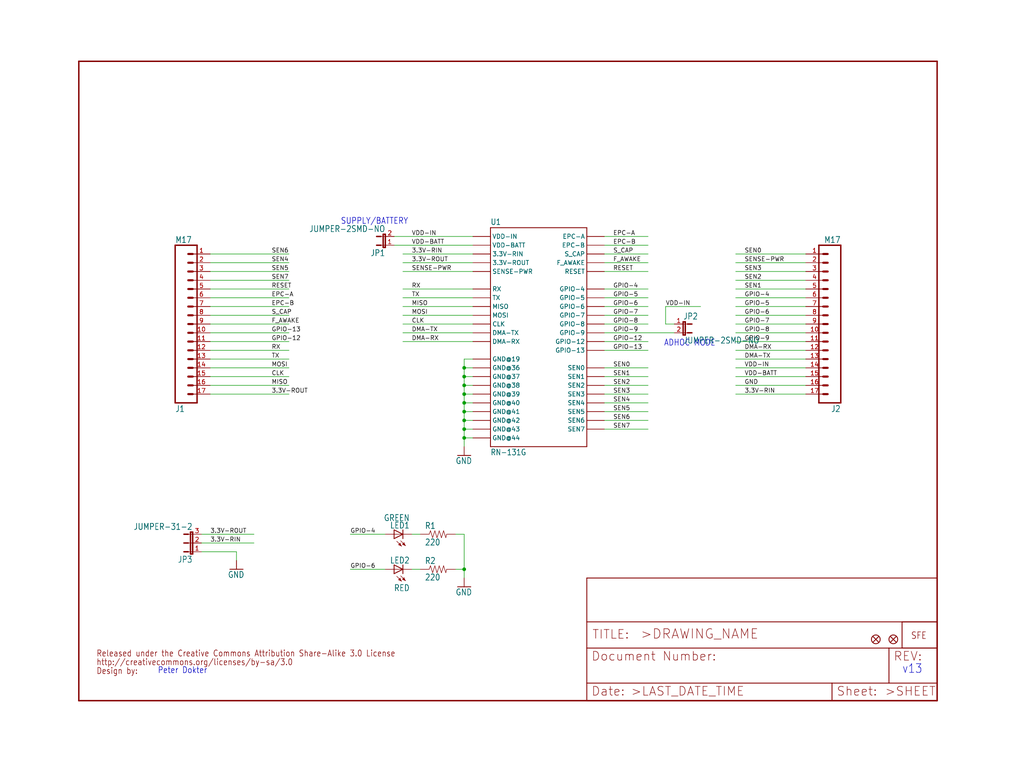
<source format=kicad_sch>
(kicad_sch (version 20211123) (generator eeschema)
  (paper "User" 297.002 223.926)
  (lib_symbols
    (symbol "eagleSchem-eagle-import:CREATIVE_COMMONS"
      (symbol "CREATIVE_COMMONS_1_0"
        (text "Design by:" (at 0 0 0) (effects (font (size 1.778 1.5113)) (justify left bottom)))
        (text "http://creativecommons.org/licenses/by-sa/3.0" (at 0 2.54 0) (effects (font (size 1.778 1.5113)) (justify left bottom)))
        (text "Released under the Creative Commons Attribution Share-Alike 3.0 License" (at 0 5.08 0) (effects (font (size 1.778 1.5113)) (justify left bottom)))
      )
    )
    (symbol "eagleSchem-eagle-import:FIDUCIAL1X2"
      (symbol "FIDUCIAL1X2_1_0"
        (polyline (pts (xy -0.762 0.762) (xy 0.762 -0.762)) (stroke (width 0.254)))
        (polyline (pts (xy 0.762 0.762) (xy -0.762 -0.762)) (stroke (width 0.254)))
        (circle (center 0 0) (radius 1.27) (stroke (width 0.254)))
      )
    )
    (symbol "eagleSchem-eagle-import:FRAME-LETTER"
      (symbol "FRAME-LETTER_1_0"
        (polyline (pts (xy 0 0) (xy 248.92 0)) (stroke (width 0.4064)))
        (polyline (pts (xy 0 185.42) (xy 0 0)) (stroke (width 0.4064)))
        (polyline (pts (xy 0 185.42) (xy 248.92 185.42)) (stroke (width 0.4064)))
        (polyline (pts (xy 248.92 185.42) (xy 248.92 0)) (stroke (width 0.4064)))
      )
      (symbol "FRAME-LETTER_2_0"
        (polyline (pts (xy 0 0) (xy 0 5.08)) (stroke (width 0.254)))
        (polyline (pts (xy 0 0) (xy 71.12 0)) (stroke (width 0.254)))
        (polyline (pts (xy 0 5.08) (xy 0 15.24)) (stroke (width 0.254)))
        (polyline (pts (xy 0 5.08) (xy 71.12 5.08)) (stroke (width 0.254)))
        (polyline (pts (xy 0 15.24) (xy 0 22.86)) (stroke (width 0.254)))
        (polyline (pts (xy 0 22.86) (xy 0 35.56)) (stroke (width 0.254)))
        (polyline (pts (xy 0 22.86) (xy 101.6 22.86)) (stroke (width 0.254)))
        (polyline (pts (xy 71.12 0) (xy 101.6 0)) (stroke (width 0.254)))
        (polyline (pts (xy 71.12 5.08) (xy 71.12 0)) (stroke (width 0.254)))
        (polyline (pts (xy 71.12 5.08) (xy 87.63 5.08)) (stroke (width 0.254)))
        (polyline (pts (xy 87.63 5.08) (xy 101.6 5.08)) (stroke (width 0.254)))
        (polyline (pts (xy 87.63 15.24) (xy 0 15.24)) (stroke (width 0.254)))
        (polyline (pts (xy 87.63 15.24) (xy 87.63 5.08)) (stroke (width 0.254)))
        (polyline (pts (xy 101.6 5.08) (xy 101.6 0)) (stroke (width 0.254)))
        (polyline (pts (xy 101.6 15.24) (xy 87.63 15.24)) (stroke (width 0.254)))
        (polyline (pts (xy 101.6 15.24) (xy 101.6 5.08)) (stroke (width 0.254)))
        (polyline (pts (xy 101.6 22.86) (xy 101.6 15.24)) (stroke (width 0.254)))
        (polyline (pts (xy 101.6 35.56) (xy 0 35.56)) (stroke (width 0.254)))
        (polyline (pts (xy 101.6 35.56) (xy 101.6 22.86)) (stroke (width 0.254)))
        (text ">DRAWING_NAME" (at 15.494 17.78 0) (effects (font (size 2.7432 2.7432)) (justify left bottom)))
        (text ">LAST_DATE_TIME" (at 12.7 1.27 0) (effects (font (size 2.54 2.54)) (justify left bottom)))
        (text ">SHEET" (at 86.36 1.27 0) (effects (font (size 2.54 2.54)) (justify left bottom)))
        (text "Date:" (at 1.27 1.27 0) (effects (font (size 2.54 2.54)) (justify left bottom)))
        (text "Document Number:" (at 1.27 11.43 0) (effects (font (size 2.54 2.54)) (justify left bottom)))
        (text "REV:" (at 88.9 11.43 0) (effects (font (size 2.54 2.54)) (justify left bottom)))
        (text "Sheet:" (at 72.39 1.27 0) (effects (font (size 2.54 2.54)) (justify left bottom)))
        (text "TITLE:" (at 1.524 17.78 0) (effects (font (size 2.54 2.54)) (justify left bottom)))
      )
    )
    (symbol "eagleSchem-eagle-import:GND" (power)
      (property "Value" "GND" (at -2.54 -2.54 0))
      (symbol "GND_1_0"
        (polyline (pts (xy -1.905 0) (xy 1.905 0)) (stroke (width 0.254)))
        (pin power_in line (at 0 2.54 270) (length 2.54) (name "GND") (number "1"))
      )
    )
    (symbol "eagleSchem-eagle-import:JUMPER-2SMD-NO"
      (property "Reference" "JP" (at -1.27 0 90))
      (property "Value" "JUMPER-2SMD-NO" (at 5.715 0 90))
      (symbol "JUMPER-2SMD-NO_1_0"
        (polyline (pts (xy -0.635 0) (xy 3.175 0)) (stroke (width 0.4064)))
        (polyline (pts (xy -0.635 0.635) (xy -0.635 0)) (stroke (width 0.4064)))
        (polyline (pts (xy 0 0) (xy 0 1.27)) (stroke (width 0.1524)))
        (polyline (pts (xy 0 2.54) (xy 0 1.27)) (stroke (width 0.4064)))
        (polyline (pts (xy 2.54 0) (xy 2.54 1.27)) (stroke (width 0.1524)))
        (polyline (pts (xy 2.54 2.54) (xy 2.54 1.27)) (stroke (width 0.4064)))
        (polyline (pts (xy 3.175 0) (xy 3.175 0.635)) (stroke (width 0.4064)))
        (polyline (pts (xy 3.175 0.635) (xy -0.635 0.635)) (stroke (width 0.4064)))
        (pin passive line (at 0 -2.54 90) (length 2.54) (name "1") (number "1"))
        (pin passive line (at 2.54 -2.54 90) (length 2.54) (name "2") (number "2"))
      )
    )
    (symbol "eagleSchem-eagle-import:JUMPER-31-2"
      (property "Reference" "JP" (at -1.27 0 90))
      (property "Value" "JUMPER-31-2" (at 8.255 0 90))
      (symbol "JUMPER-31-2_1_0"
        (polyline (pts (xy -0.635 0) (xy 2.54 0)) (stroke (width 0.4064)))
        (polyline (pts (xy -0.635 0.635) (xy -0.635 0)) (stroke (width 0.4064)))
        (polyline (pts (xy 0 0) (xy 0 1.27)) (stroke (width 0.1524)))
        (polyline (pts (xy 0 2.54) (xy 0 1.27)) (stroke (width 0.4064)))
        (polyline (pts (xy 2.54 0) (xy 2.54 1.27)) (stroke (width 0.1524)))
        (polyline (pts (xy 2.54 0) (xy 5.08 0)) (stroke (width 0.4064)))
        (polyline (pts (xy 2.54 2.54) (xy 2.54 1.27)) (stroke (width 0.4064)))
        (polyline (pts (xy 5.08 0) (xy 5.08 1.27)) (stroke (width 0.1524)))
        (polyline (pts (xy 5.08 0) (xy 5.715 0)) (stroke (width 0.4064)))
        (polyline (pts (xy 5.08 2.54) (xy 5.08 1.27)) (stroke (width 0.4064)))
        (polyline (pts (xy 5.715 0) (xy 5.715 0.635)) (stroke (width 0.4064)))
        (polyline (pts (xy 5.715 0.635) (xy -0.635 0.635)) (stroke (width 0.4064)))
        (pin passive line (at 0 -2.54 90) (length 2.54) (name "1") (number "1"))
        (pin passive line (at 2.54 -2.54 90) (length 2.54) (name "2") (number "2"))
        (pin passive line (at 5.08 -2.54 90) (length 2.54) (name "3") (number "3"))
      )
    )
    (symbol "eagleSchem-eagle-import:LED0603"
      (property "Reference" "LED" (at 3.556 -4.572 90))
      (property "Value" "LED0603" (at 5.715 -4.572 90))
      (symbol "LED0603_1_0"
        (polyline (pts (xy -2.032 -0.762) (xy -3.429 -2.159)) (stroke (width 0.1524)))
        (polyline (pts (xy -1.905 -1.905) (xy -3.302 -3.302)) (stroke (width 0.1524)))
        (polyline (pts (xy 0 -2.54) (xy -1.27 -2.54)) (stroke (width 0.254)))
        (polyline (pts (xy 0 -2.54) (xy -1.27 0)) (stroke (width 0.254)))
        (polyline (pts (xy 0 0) (xy -1.27 0)) (stroke (width 0.254)))
        (polyline (pts (xy 0 0) (xy 0 -2.54)) (stroke (width 0.1524)))
        (polyline (pts (xy 1.27 -2.54) (xy 0 -2.54)) (stroke (width 0.254)))
        (polyline (pts (xy 1.27 0) (xy 0 -2.54)) (stroke (width 0.254)))
        (polyline (pts (xy 1.27 0) (xy 0 0)) (stroke (width 0.254)))
        (polyline (pts (xy -3.429 -2.159) (xy -3.048 -1.27) (xy -2.54 -1.778)) (fill (type outline)))
        (polyline (pts (xy -3.302 -3.302) (xy -2.921 -2.413) (xy -2.413 -2.921)) (fill (type outline)))
        (pin passive line (at 0 2.54 270) (length 2.54) (name "A") (number "A"))
        (pin passive line (at 0 -5.08 90) (length 2.54) (name "C") (number "C"))
      )
    )
    (symbol "eagleSchem-eagle-import:LOGO-SFENEW"
      (symbol "LOGO-SFENEW_1_0"
        (polyline (pts (xy -2.54 -2.54) (xy 7.62 -2.54)) (stroke (width 0.254)))
        (polyline (pts (xy -2.54 5.08) (xy -2.54 -2.54)) (stroke (width 0.254)))
        (polyline (pts (xy 7.62 -2.54) (xy 7.62 5.08)) (stroke (width 0.254)))
        (polyline (pts (xy 7.62 5.08) (xy -2.54 5.08)) (stroke (width 0.254)))
        (text "SFE" (at 0 0 0) (effects (font (size 1.9304 1.6408)) (justify left bottom)))
      )
    )
    (symbol "eagleSchem-eagle-import:M17"
      (property "Value" "M17" (at 0 -25.4 0))
      (symbol "M17_1_0"
        (polyline (pts (xy 0 22.86) (xy 0 -22.86)) (stroke (width 0.4064)))
        (polyline (pts (xy 0 22.86) (xy 6.35 22.86)) (stroke (width 0.4064)))
        (polyline (pts (xy 3.81 -20.32) (xy 5.08 -20.32)) (stroke (width 0.6096)))
        (polyline (pts (xy 3.81 -17.78) (xy 5.08 -17.78)) (stroke (width 0.6096)))
        (polyline (pts (xy 3.81 -15.24) (xy 5.08 -15.24)) (stroke (width 0.6096)))
        (polyline (pts (xy 3.81 -12.7) (xy 5.08 -12.7)) (stroke (width 0.6096)))
        (polyline (pts (xy 3.81 -10.16) (xy 5.08 -10.16)) (stroke (width 0.6096)))
        (polyline (pts (xy 3.81 -7.62) (xy 5.08 -7.62)) (stroke (width 0.6096)))
        (polyline (pts (xy 3.81 -5.08) (xy 5.08 -5.08)) (stroke (width 0.6096)))
        (polyline (pts (xy 3.81 -2.54) (xy 5.08 -2.54)) (stroke (width 0.6096)))
        (polyline (pts (xy 3.81 0) (xy 5.08 0)) (stroke (width 0.6096)))
        (polyline (pts (xy 3.81 2.54) (xy 5.08 2.54)) (stroke (width 0.6096)))
        (polyline (pts (xy 3.81 5.08) (xy 5.08 5.08)) (stroke (width 0.6096)))
        (polyline (pts (xy 3.81 7.62) (xy 5.08 7.62)) (stroke (width 0.6096)))
        (polyline (pts (xy 3.81 10.16) (xy 5.08 10.16)) (stroke (width 0.6096)))
        (polyline (pts (xy 3.81 12.7) (xy 5.08 12.7)) (stroke (width 0.6096)))
        (polyline (pts (xy 3.81 15.24) (xy 5.08 15.24)) (stroke (width 0.6096)))
        (polyline (pts (xy 3.81 17.78) (xy 5.08 17.78)) (stroke (width 0.6096)))
        (polyline (pts (xy 3.81 20.32) (xy 5.08 20.32)) (stroke (width 0.6096)))
        (polyline (pts (xy 6.35 -22.86) (xy 0 -22.86)) (stroke (width 0.4064)))
        (polyline (pts (xy 6.35 -22.86) (xy 6.35 22.86)) (stroke (width 0.4064)))
        (pin passive line (at 10.16 -20.32 180) (length 5.08) (name "1") (number "1"))
        (pin passive line (at 10.16 2.54 180) (length 5.08) (name "10") (number "10"))
        (pin passive line (at 10.16 5.08 180) (length 5.08) (name "11") (number "11"))
        (pin passive line (at 10.16 7.62 180) (length 5.08) (name "12") (number "12"))
        (pin passive line (at 10.16 10.16 180) (length 5.08) (name "13") (number "13"))
        (pin passive line (at 10.16 12.7 180) (length 5.08) (name "14") (number "14"))
        (pin passive line (at 10.16 15.24 180) (length 5.08) (name "15") (number "15"))
        (pin passive line (at 10.16 17.78 180) (length 5.08) (name "16") (number "16"))
        (pin passive line (at 10.16 20.32 180) (length 5.08) (name "17") (number "17"))
        (pin passive line (at 10.16 -17.78 180) (length 5.08) (name "2") (number "2"))
        (pin passive line (at 10.16 -15.24 180) (length 5.08) (name "3") (number "3"))
        (pin passive line (at 10.16 -12.7 180) (length 5.08) (name "4") (number "4"))
        (pin passive line (at 10.16 -10.16 180) (length 5.08) (name "5") (number "5"))
        (pin passive line (at 10.16 -7.62 180) (length 5.08) (name "6") (number "6"))
        (pin passive line (at 10.16 -5.08 180) (length 5.08) (name "7") (number "7"))
        (pin passive line (at 10.16 -2.54 180) (length 5.08) (name "8") (number "8"))
        (pin passive line (at 10.16 0 180) (length 5.08) (name "9") (number "9"))
      )
    )
    (symbol "eagleSchem-eagle-import:RESISTOR0402-RES"
      (property "Reference" "R" (at -3.81 1.4986 0))
      (property "Value" "RESISTOR0402-RES" (at -3.81 -3.302 0))
      (symbol "RESISTOR0402-RES_1_0"
        (polyline (pts (xy -2.54 0) (xy -2.159 1.016)) (stroke (width 0.1524)))
        (polyline (pts (xy -2.159 1.016) (xy -1.524 -1.016)) (stroke (width 0.1524)))
        (polyline (pts (xy -1.524 -1.016) (xy -0.889 1.016)) (stroke (width 0.1524)))
        (polyline (pts (xy -0.889 1.016) (xy -0.254 -1.016)) (stroke (width 0.1524)))
        (polyline (pts (xy -0.254 -1.016) (xy 0.381 1.016)) (stroke (width 0.1524)))
        (polyline (pts (xy 0.381 1.016) (xy 1.016 -1.016)) (stroke (width 0.1524)))
        (polyline (pts (xy 1.016 -1.016) (xy 1.651 1.016)) (stroke (width 0.1524)))
        (polyline (pts (xy 1.651 1.016) (xy 2.286 -1.016)) (stroke (width 0.1524)))
        (polyline (pts (xy 2.286 -1.016) (xy 2.54 0)) (stroke (width 0.1524)))
        (pin passive line (at -5.08 0 0) (length 2.54) (name "1") (number "1"))
        (pin passive line (at 5.08 0 180) (length 2.54) (name "2") (number "2"))
      )
    )
    (symbol "eagleSchem-eagle-import:RN-131G"
      (property "Value" "RN-131G" (at -15.24 -35.56 0))
      (symbol "RN-131G_1_0"
        (polyline (pts (xy -15.24 -33.02) (xy -15.24 30.48)) (stroke (width 0.254)))
        (polyline (pts (xy -15.24 30.48) (xy 12.7 30.48)) (stroke (width 0.254)))
        (polyline (pts (xy 12.7 -33.02) (xy -15.24 -33.02)) (stroke (width 0.254)))
        (polyline (pts (xy 12.7 30.48) (xy 12.7 -33.02)) (stroke (width 0.254)))
        (pin bidirectional line (at 17.78 -25.4 180) (length 5.08) (name "SEN6") (number "P$1"))
        (pin bidirectional line (at 17.78 -5.08 180) (length 5.08) (name "GPIO-13") (number "P$10"))
        (pin bidirectional line (at 17.78 -2.54 180) (length 5.08) (name "GPIO-12") (number "P$11"))
        (pin bidirectional line (at -20.32 12.7 0) (length 5.08) (name "RX") (number "P$12"))
        (pin bidirectional line (at -20.32 10.16 0) (length 5.08) (name "TX") (number "P$13"))
        (pin bidirectional line (at -20.32 5.08 0) (length 5.08) (name "MOSI") (number "P$14"))
        (pin bidirectional line (at -20.32 2.54 0) (length 5.08) (name "CLK") (number "P$15"))
        (pin bidirectional line (at -20.32 7.62 0) (length 5.08) (name "MISO") (number "P$16"))
        (pin bidirectional line (at -20.32 20.32 0) (length 5.08) (name "3.3V-ROUT") (number "P$17"))
        (pin bidirectional line (at -20.32 22.86 0) (length 5.08) (name "3.3V-RIN") (number "P$18"))
        (pin bidirectional line (at -20.32 -7.62 0) (length 5.08) (name "GND@19") (number "P$19"))
        (pin bidirectional line (at 17.78 -20.32 180) (length 5.08) (name "SEN4") (number "P$2"))
        (pin bidirectional line (at -20.32 25.4 0) (length 5.08) (name "VDD-BATT") (number "P$20"))
        (pin bidirectional line (at -20.32 27.94 0) (length 5.08) (name "VDD-IN") (number "P$21"))
        (pin bidirectional line (at -20.32 0 0) (length 5.08) (name "DMA-TX") (number "P$22"))
        (pin bidirectional line (at -20.32 -2.54 0) (length 5.08) (name "DMA-RX") (number "P$23"))
        (pin bidirectional line (at 17.78 0 180) (length 5.08) (name "GPIO-9") (number "P$24"))
        (pin bidirectional line (at 17.78 2.54 180) (length 5.08) (name "GPIO-8") (number "P$25"))
        (pin bidirectional line (at 17.78 5.08 180) (length 5.08) (name "GPIO-7") (number "P$26"))
        (pin bidirectional line (at 17.78 7.62 180) (length 5.08) (name "GPIO-6") (number "P$27"))
        (pin bidirectional line (at 17.78 10.16 180) (length 5.08) (name "GPIO-5") (number "P$28"))
        (pin bidirectional line (at 17.78 12.7 180) (length 5.08) (name "GPIO-4") (number "P$29"))
        (pin bidirectional line (at 17.78 -22.86 180) (length 5.08) (name "SEN5") (number "P$3"))
        (pin bidirectional line (at 17.78 -12.7 180) (length 5.08) (name "SEN1") (number "P$30"))
        (pin bidirectional line (at 17.78 -15.24 180) (length 5.08) (name "SEN2") (number "P$31"))
        (pin bidirectional line (at 17.78 -17.78 180) (length 5.08) (name "SEN3") (number "P$32"))
        (pin bidirectional line (at -20.32 17.78 0) (length 5.08) (name "SENSE-PWR") (number "P$33"))
        (pin bidirectional line (at 17.78 -10.16 180) (length 5.08) (name "SEN0") (number "P$34"))
        (pin bidirectional line (at -20.32 -10.16 0) (length 5.08) (name "GND@36") (number "P$36"))
        (pin bidirectional line (at -20.32 -12.7 0) (length 5.08) (name "GND@37") (number "P$37"))
        (pin bidirectional line (at -20.32 -15.24 0) (length 5.08) (name "GND@38") (number "P$38"))
        (pin bidirectional line (at -20.32 -17.78 0) (length 5.08) (name "GND@39") (number "P$39"))
        (pin bidirectional line (at 17.78 -27.94 180) (length 5.08) (name "SEN7") (number "P$4"))
        (pin bidirectional line (at -20.32 -20.32 0) (length 5.08) (name "GND@40") (number "P$40"))
        (pin bidirectional line (at -20.32 -22.86 0) (length 5.08) (name "GND@41") (number "P$41"))
        (pin bidirectional line (at -20.32 -25.4 0) (length 5.08) (name "GND@42") (number "P$42"))
        (pin bidirectional line (at -20.32 -27.94 0) (length 5.08) (name "GND@43") (number "P$43"))
        (pin bidirectional line (at -20.32 -30.48 0) (length 5.08) (name "GND@44") (number "P$44"))
        (pin bidirectional line (at 17.78 17.78 180) (length 5.08) (name "RESET") (number "P$5"))
        (pin bidirectional line (at 17.78 27.94 180) (length 5.08) (name "EPC-A") (number "P$6"))
        (pin bidirectional line (at 17.78 25.4 180) (length 5.08) (name "EPC-B") (number "P$7"))
        (pin bidirectional line (at 17.78 22.86 180) (length 5.08) (name "S_CAP") (number "P$8"))
        (pin bidirectional line (at 17.78 20.32 180) (length 5.08) (name "F_AWAKE") (number "P$9"))
      )
    )
  )
  (junction (at 134.62 114.3))
  (junction (at 134.62 106.68))
  (junction (at 134.62 127))
  (junction (at 134.62 124.46))
  (junction (at 134.62 121.92))
  (junction (at 134.62 109.22))
  (junction (at 134.62 119.38))
  (junction (at 134.62 165.1))
  (junction (at 134.62 116.84))
  (junction (at 134.62 111.76))
  (wire (pts (xy 175.26 116.84) (xy 187.96 116.84)))
  (wire (pts (xy 175.26 111.76) (xy 187.96 111.76)))
  (wire (pts (xy 134.62 119.38) (xy 134.62 121.92)))
  (wire (pts (xy 60.96 83.82) (xy 83.82 83.82)))
  (wire (pts (xy 233.68 106.68) (xy 213.36 106.68)))
  (wire (pts (xy 175.26 109.22) (xy 187.96 109.22)))
  (wire (pts (xy 175.26 99.06) (xy 187.96 99.06)))
  (wire (pts (xy 233.68 78.74) (xy 213.36 78.74)))
  (wire (pts (xy 132.08 165.1) (xy 134.62 165.1)))
  (wire (pts (xy 58.42 154.94) (xy 73.66 154.94)))
  (wire (pts (xy 175.26 83.82) (xy 187.96 83.82)))
  (wire (pts (xy 137.16 78.74) (xy 116.84 78.74)))
  (wire (pts (xy 137.16 99.06) (xy 116.84 99.06)))
  (wire (pts (xy 60.96 86.36) (xy 83.82 86.36)))
  (wire (pts (xy 233.68 83.82) (xy 213.36 83.82)))
  (wire (pts (xy 134.62 127) (xy 134.62 129.54)))
  (wire (pts (xy 175.26 86.36) (xy 187.96 86.36)))
  (wire (pts (xy 137.16 71.12) (xy 114.3 71.12)))
  (wire (pts (xy 137.16 86.36) (xy 116.84 86.36)))
  (wire (pts (xy 175.26 76.2) (xy 187.96 76.2)))
  (wire (pts (xy 132.08 154.94) (xy 134.62 154.94)))
  (wire (pts (xy 134.62 154.94) (xy 134.62 165.1)))
  (wire (pts (xy 175.26 88.9) (xy 187.96 88.9)))
  (wire (pts (xy 175.26 101.6) (xy 187.96 101.6)))
  (wire (pts (xy 68.58 160.02) (xy 68.58 162.56)))
  (wire (pts (xy 233.68 111.76) (xy 213.36 111.76)))
  (wire (pts (xy 60.96 81.28) (xy 83.82 81.28)))
  (wire (pts (xy 175.26 68.58) (xy 187.96 68.58)))
  (wire (pts (xy 60.96 111.76) (xy 83.82 111.76)))
  (wire (pts (xy 137.16 124.46) (xy 134.62 124.46)))
  (wire (pts (xy 233.68 109.22) (xy 213.36 109.22)))
  (wire (pts (xy 137.16 83.82) (xy 116.84 83.82)))
  (wire (pts (xy 137.16 96.52) (xy 116.84 96.52)))
  (wire (pts (xy 137.16 68.58) (xy 114.3 68.58)))
  (wire (pts (xy 60.96 106.68) (xy 83.82 106.68)))
  (wire (pts (xy 58.42 157.48) (xy 73.66 157.48)))
  (wire (pts (xy 134.62 104.14) (xy 134.62 106.68)))
  (wire (pts (xy 233.68 104.14) (xy 213.36 104.14)))
  (wire (pts (xy 111.76 165.1) (xy 101.6 165.1)))
  (wire (pts (xy 137.16 114.3) (xy 134.62 114.3)))
  (wire (pts (xy 233.68 99.06) (xy 213.36 99.06)))
  (wire (pts (xy 134.62 124.46) (xy 134.62 127)))
  (wire (pts (xy 60.96 109.22) (xy 83.82 109.22)))
  (wire (pts (xy 60.96 101.6) (xy 83.82 101.6)))
  (wire (pts (xy 175.26 93.98) (xy 187.96 93.98)))
  (wire (pts (xy 134.62 111.76) (xy 134.62 114.3)))
  (wire (pts (xy 60.96 91.44) (xy 83.82 91.44)))
  (wire (pts (xy 233.68 76.2) (xy 213.36 76.2)))
  (wire (pts (xy 137.16 88.9) (xy 116.84 88.9)))
  (wire (pts (xy 233.68 96.52) (xy 213.36 96.52)))
  (wire (pts (xy 60.96 93.98) (xy 83.82 93.98)))
  (wire (pts (xy 175.26 124.46) (xy 187.96 124.46)))
  (wire (pts (xy 137.16 73.66) (xy 116.84 73.66)))
  (wire (pts (xy 233.68 88.9) (xy 213.36 88.9)))
  (wire (pts (xy 60.96 99.06) (xy 83.82 99.06)))
  (wire (pts (xy 137.16 116.84) (xy 134.62 116.84)))
  (wire (pts (xy 60.96 73.66) (xy 83.82 73.66)))
  (wire (pts (xy 134.62 116.84) (xy 134.62 119.38)))
  (wire (pts (xy 233.68 73.66) (xy 213.36 73.66)))
  (wire (pts (xy 195.58 93.98) (xy 193.04 93.98)))
  (wire (pts (xy 233.68 101.6) (xy 213.36 101.6)))
  (wire (pts (xy 233.68 81.28) (xy 213.36 81.28)))
  (wire (pts (xy 134.62 106.68) (xy 134.62 109.22)))
  (wire (pts (xy 137.16 106.68) (xy 134.62 106.68)))
  (wire (pts (xy 137.16 91.44) (xy 116.84 91.44)))
  (wire (pts (xy 233.68 86.36) (xy 213.36 86.36)))
  (wire (pts (xy 175.26 119.38) (xy 187.96 119.38)))
  (wire (pts (xy 134.62 114.3) (xy 134.62 116.84)))
  (wire (pts (xy 175.26 78.74) (xy 187.96 78.74)))
  (wire (pts (xy 60.96 76.2) (xy 83.82 76.2)))
  (wire (pts (xy 193.04 88.9) (xy 203.2 88.9)))
  (wire (pts (xy 233.68 114.3) (xy 213.36 114.3)))
  (wire (pts (xy 175.26 96.52) (xy 195.58 96.52)))
  (wire (pts (xy 175.26 73.66) (xy 187.96 73.66)))
  (wire (pts (xy 137.16 104.14) (xy 134.62 104.14)))
  (wire (pts (xy 60.96 88.9) (xy 83.82 88.9)))
  (wire (pts (xy 175.26 114.3) (xy 187.96 114.3)))
  (wire (pts (xy 134.62 121.92) (xy 134.62 124.46)))
  (wire (pts (xy 175.26 106.68) (xy 187.96 106.68)))
  (wire (pts (xy 121.92 154.94) (xy 119.38 154.94)))
  (wire (pts (xy 137.16 121.92) (xy 134.62 121.92)))
  (wire (pts (xy 137.16 93.98) (xy 116.84 93.98)))
  (wire (pts (xy 233.68 91.44) (xy 213.36 91.44)))
  (wire (pts (xy 137.16 76.2) (xy 116.84 76.2)))
  (wire (pts (xy 193.04 93.98) (xy 193.04 88.9)))
  (wire (pts (xy 233.68 93.98) (xy 213.36 93.98)))
  (wire (pts (xy 175.26 71.12) (xy 187.96 71.12)))
  (wire (pts (xy 137.16 111.76) (xy 134.62 111.76)))
  (wire (pts (xy 121.92 165.1) (xy 119.38 165.1)))
  (wire (pts (xy 175.26 121.92) (xy 187.96 121.92)))
  (wire (pts (xy 134.62 109.22) (xy 134.62 111.76)))
  (wire (pts (xy 137.16 127) (xy 134.62 127)))
  (wire (pts (xy 134.62 165.1) (xy 134.62 167.64)))
  (wire (pts (xy 58.42 160.02) (xy 68.58 160.02)))
  (wire (pts (xy 60.96 96.52) (xy 83.82 96.52)))
  (wire (pts (xy 60.96 104.14) (xy 83.82 104.14)))
  (wire (pts (xy 137.16 119.38) (xy 134.62 119.38)))
  (wire (pts (xy 111.76 154.94) (xy 101.6 154.94)))
  (wire (pts (xy 60.96 78.74) (xy 83.82 78.74)))
  (wire (pts (xy 175.26 91.44) (xy 187.96 91.44)))
  (wire (pts (xy 60.96 114.3) (xy 83.82 114.3)))
  (wire (pts (xy 137.16 109.22) (xy 134.62 109.22)))
  (text "SUPPLY/BATTERY" (at 98.806 65.278 180) (effects (font (size 1.778 1.5113)) (justify left bottom)))
  (text "v13" (at 261.62 195.58 180) (effects (font (size 2.54 2.159)) (justify left bottom)))
  (text "ADHOC MODE" (at 192.532 100.584 180) (effects (font (size 1.778 1.5113)) (justify left bottom)))
  (text "Peter Dokter" (at 45.72 195.58 180) (effects (font (size 1.778 1.5113)) (justify left bottom)))
  (label "DMA-TX" (at 215.9 104.14 0) (effects (font (size 1.2446 1.2446))))
  (label "GPIO-9" (at 177.8 96.52 0) (effects (font (size 1.2446 1.2446))))
  (label "DMA-TX" (at 119.38 96.52 0) (effects (font (size 1.2446 1.2446))))
  (label "CLK" (at 78.74 109.22 0) (effects (font (size 1.2446 1.2446))))
  (label "3.3V-ROUT" (at 78.74 114.3 0) (effects (font (size 1.2446 1.2446))))
  (label "SEN7" (at 177.8 124.46 0) (effects (font (size 1.2446 1.2446))))
  (label "MOSI" (at 78.74 106.68 0) (effects (font (size 1.2446 1.2446))))
  (label "RESET" (at 78.74 83.82 0) (effects (font (size 1.2446 1.2446))))
  (label "MISO" (at 119.38 88.9 0) (effects (font (size 1.2446 1.2446))))
  (label "GPIO-7" (at 177.8 91.44 0) (effects (font (size 1.2446 1.2446))))
  (label "VDD-IN" (at 193.04 88.9 0) (effects (font (size 1.2446 1.2446))))
  (label "TX" (at 78.74 104.14 0) (effects (font (size 1.2446 1.2446))))
  (label "GPIO-6" (at 215.9 91.44 0) (effects (font (size 1.2446 1.2446))))
  (label "SEN6" (at 177.8 121.92 0) (effects (font (size 1.2446 1.2446))))
  (label "3.3V-RIN" (at 119.38 73.66 0) (effects (font (size 1.2446 1.2446))))
  (label "GPIO-4" (at 101.6 154.94 0) (effects (font (size 1.2446 1.2446))))
  (label "GPIO-7" (at 215.9 93.98 0) (effects (font (size 1.2446 1.2446))))
  (label "MOSI" (at 119.38 91.44 0) (effects (font (size 1.2446 1.2446))))
  (label "SEN0" (at 177.8 106.68 0) (effects (font (size 1.2446 1.2446))))
  (label "SEN2" (at 215.9 81.28 0) (effects (font (size 1.2446 1.2446))))
  (label "3.3V-RIN" (at 60.96 157.48 0) (effects (font (size 1.2446 1.2446))))
  (label "VDD-IN" (at 119.38 68.58 0) (effects (font (size 1.2446 1.2446))))
  (label "VDD-IN" (at 215.9 106.68 0) (effects (font (size 1.2446 1.2446))))
  (label "GPIO-13" (at 177.8 101.6 0) (effects (font (size 1.2446 1.2446))))
  (label "GND" (at 215.9 111.76 0) (effects (font (size 1.2446 1.2446))))
  (label "GPIO-12" (at 177.8 99.06 0) (effects (font (size 1.2446 1.2446))))
  (label "F_AWAKE" (at 177.8 76.2 0) (effects (font (size 1.2446 1.2446))))
  (label "SEN3" (at 215.9 78.74 0) (effects (font (size 1.2446 1.2446))))
  (label "GPIO-8" (at 177.8 93.98 0) (effects (font (size 1.2446 1.2446))))
  (label "GPIO-4" (at 215.9 86.36 0) (effects (font (size 1.2446 1.2446))))
  (label "RX" (at 78.74 101.6 0) (effects (font (size 1.2446 1.2446))))
  (label "DMA-RX" (at 215.9 101.6 0) (effects (font (size 1.2446 1.2446))))
  (label "EPC-A" (at 177.8 68.58 0) (effects (font (size 1.2446 1.2446))))
  (label "S_CAP" (at 177.8 73.66 0) (effects (font (size 1.2446 1.2446))))
  (label "SEN5" (at 78.74 78.74 0) (effects (font (size 1.2446 1.2446))))
  (label "GPIO-9" (at 215.9 99.06 0) (effects (font (size 1.2446 1.2446))))
  (label "GPIO-12" (at 78.74 99.06 0) (effects (font (size 1.2446 1.2446))))
  (label "EPC-B" (at 177.8 71.12 0) (effects (font (size 1.2446 1.2446))))
  (label "SEN1" (at 215.9 83.82 0) (effects (font (size 1.2446 1.2446))))
  (label "GPIO-6" (at 101.6 165.1 0) (effects (font (size 1.2446 1.2446))))
  (label "GPIO-5" (at 215.9 88.9 0) (effects (font (size 1.2446 1.2446))))
  (label "CLK" (at 119.38 93.98 0) (effects (font (size 1.2446 1.2446))))
  (label "SEN7" (at 78.74 81.28 0) (effects (font (size 1.2446 1.2446))))
  (label "SENSE-PWR" (at 119.38 78.74 0) (effects (font (size 1.2446 1.2446))))
  (label "TX" (at 119.38 86.36 0) (effects (font (size 1.2446 1.2446))))
  (label "EPC-B" (at 78.74 88.9 0) (effects (font (size 1.2446 1.2446))))
  (label "VDD-BATT" (at 215.9 109.22 0) (effects (font (size 1.2446 1.2446))))
  (label "SEN5" (at 177.8 119.38 0) (effects (font (size 1.2446 1.2446))))
  (label "3.3V-ROUT" (at 119.38 76.2 0) (effects (font (size 1.2446 1.2446))))
  (label "SEN1" (at 177.8 109.22 0) (effects (font (size 1.2446 1.2446))))
  (label "RESET" (at 177.8 78.74 0) (effects (font (size 1.2446 1.2446))))
  (label "SEN6" (at 78.74 73.66 0) (effects (font (size 1.2446 1.2446))))
  (label "S_CAP" (at 78.74 91.44 0) (effects (font (size 1.2446 1.2446))))
  (label "SEN4" (at 78.74 76.2 0) (effects (font (size 1.2446 1.2446))))
  (label "3.3V-RIN" (at 215.9 114.3 0) (effects (font (size 1.2446 1.2446))))
  (label "SENSE-PWR" (at 215.9 76.2 0) (effects (font (size 1.2446 1.2446))))
  (label "VDD-BATT" (at 119.38 71.12 0) (effects (font (size 1.2446 1.2446))))
  (label "SEN4" (at 177.8 116.84 0) (effects (font (size 1.2446 1.2446))))
  (label "MISO" (at 78.74 111.76 0) (effects (font (size 1.2446 1.2446))))
  (label "EPC-A" (at 78.74 86.36 0) (effects (font (size 1.2446 1.2446))))
  (label "GPIO-6" (at 177.8 88.9 0) (effects (font (size 1.2446 1.2446))))
  (label "GPIO-8" (at 215.9 96.52 0) (effects (font (size 1.2446 1.2446))))
  (label "SEN3" (at 177.8 114.3 0) (effects (font (size 1.2446 1.2446))))
  (label "GPIO-4" (at 177.8 83.82 0) (effects (font (size 1.2446 1.2446))))
  (label "DMA-RX" (at 119.38 99.06 0) (effects (font (size 1.2446 1.2446))))
  (label "GPIO-5" (at 177.8 86.36 0) (effects (font (size 1.2446 1.2446))))
  (label "GPIO-13" (at 78.74 96.52 0) (effects (font (size 1.2446 1.2446))))
  (label "SEN2" (at 177.8 111.76 0) (effects (font (size 1.2446 1.2446))))
  (label "3.3V-ROUT" (at 60.96 154.94 0) (effects (font (size 1.2446 1.2446))))
  (label "SEN0" (at 215.9 73.66 0) (effects (font (size 1.2446 1.2446))))
  (label "F_AWAKE" (at 78.74 93.98 0) (effects (font (size 1.2446 1.2446))))
  (label "RX" (at 119.38 83.82 0) (effects (font (size 1.2446 1.2446))))
  (symbol (lib_id "eagleSchem-eagle-import:LED0603") (at 114.3 154.94 90) (unit 1)
    (property "Reference" "LED1" (at 118.872 151.384 90) (effects (font (size 1.778 1.5113)) (justify left bottom)))
    (property "Value" "GREEN" (at 118.872 149.225 90) (effects (font (size 1.778 1.5113)) (justify left bottom)))
    (property "Footprint" "eagleSchem:LED-0603" (effects hide))
  )
  (symbol (lib_id "eagleSchem-eagle-import:GND") (at 68.58 165.1 0) (unit 1)
    (property "Reference" "#GND2" (effects hide))
    (property "Value" "GND" (at 66.04 167.64 0) (effects (font (size 1.778 1.5113)) (justify left bottom)))
    (property "Footprint" "eagleSchem:" (effects hide))
  )
  (symbol (lib_id "eagleSchem-eagle-import:JUMPER-31-2") (at 55.88 160.02 90) (unit 1)
    (property "Reference" "JP3" (at 55.88 161.29 90) (effects (font (size 1.778 1.5113)) (justify left bottom)))
    (property "Value" "JUMPER-31-2" (at 55.88 151.765 90) (effects (font (size 1.778 1.5113)) (justify left bottom)))
    (property "Footprint" "eagleSchem:SJ_3_PASTE1&2" (effects hide))
  )
  (symbol (lib_id "eagleSchem-eagle-import:RN-131G") (at 157.48 96.52 0) (unit 1)
    (property "Reference" "U1" (at 142.24 65.278 0) (effects (font (size 1.6764 1.4249)) (justify left bottom)))
    (property "Value" "RN-131G" (at 142.24 132.08 0) (effects (font (size 1.6764 1.4249)) (justify left bottom)))
    (property "Footprint" "eagleSchem:RN-131G" (effects hide))
  )
  (symbol (lib_id "eagleSchem-eagle-import:FRAME-LETTER") (at 22.86 203.2 0) (unit 1)
    (property "Reference" "#FRAME1" (effects hide))
    (property "Value" "FRAME-LETTER" (effects hide))
    (property "Footprint" "eagleSchem:" (effects hide))
  )
  (symbol (lib_id "eagleSchem-eagle-import:RESISTOR0402-RES") (at 127 165.1 0) (unit 1)
    (property "Reference" "R2" (at 123.19 163.6014 0) (effects (font (size 1.778 1.5113)) (justify left bottom)))
    (property "Value" "220" (at 123.19 168.402 0) (effects (font (size 1.778 1.5113)) (justify left bottom)))
    (property "Footprint" "eagleSchem:0402-RES" (effects hide))
  )
  (symbol (lib_id "eagleSchem-eagle-import:RESISTOR0402-RES") (at 127 154.94 0) (unit 1)
    (property "Reference" "R1" (at 123.19 153.4414 0) (effects (font (size 1.778 1.5113)) (justify left bottom)))
    (property "Value" "220" (at 123.19 158.242 0) (effects (font (size 1.778 1.5113)) (justify left bottom)))
    (property "Footprint" "eagleSchem:0402-RES" (effects hide))
  )
  (symbol (lib_id "eagleSchem-eagle-import:M17") (at 50.8 93.98 0) (mirror x) (unit 1)
    (property "Reference" "J1" (at 50.8 117.602 0) (effects (font (size 1.778 1.5113)) (justify left bottom)))
    (property "Value" "M17" (at 50.8 68.58 0) (effects (font (size 1.778 1.5113)) (justify left bottom)))
    (property "Footprint" "eagleSchem:1X17" (effects hide))
  )
  (symbol (lib_id "eagleSchem-eagle-import:GND") (at 134.62 132.08 0) (unit 1)
    (property "Reference" "#GND1" (effects hide))
    (property "Value" "GND" (at 132.08 134.62 0) (effects (font (size 1.778 1.5113)) (justify left bottom)))
    (property "Footprint" "eagleSchem:" (effects hide))
  )
  (symbol (lib_id "eagleSchem-eagle-import:GND") (at 134.62 170.18 0) (unit 1)
    (property "Reference" "#GND3" (effects hide))
    (property "Value" "GND" (at 132.08 172.72 0) (effects (font (size 1.778 1.5113)) (justify left bottom)))
    (property "Footprint" "eagleSchem:" (effects hide))
  )
  (symbol (lib_id "eagleSchem-eagle-import:FIDUCIAL1X2") (at 254 185.42 0) (unit 1)
    (property "Reference" "U$3" (effects hide))
    (property "Value" "FIDUCIAL1X2" (effects hide))
    (property "Footprint" "eagleSchem:FIDUCIAL-1X2" (effects hide))
  )
  (symbol (lib_id "eagleSchem-eagle-import:JUMPER-2SMD-NO") (at 111.76 71.12 90) (unit 1)
    (property "Reference" "JP1" (at 111.76 72.39 90) (effects (font (size 1.778 1.5113)) (justify left bottom)))
    (property "Value" "JUMPER-2SMD-NO" (at 111.76 65.405 90) (effects (font (size 1.778 1.5113)) (justify left bottom)))
    (property "Footprint" "eagleSchem:SJ_2S-NO" (effects hide))
  )
  (symbol (lib_id "eagleSchem-eagle-import:FRAME-LETTER") (at 170.18 203.2 0) (unit 2)
    (property "Reference" "#FRAME1" (effects hide))
    (property "Value" "FRAME-LETTER" (effects hide))
    (property "Footprint" "eagleSchem:" (effects hide))
  )
  (symbol (lib_id "eagleSchem-eagle-import:M17") (at 243.84 93.98 180) (unit 1)
    (property "Reference" "J2" (at 243.84 117.602 0) (effects (font (size 1.778 1.5113)) (justify left bottom)))
    (property "Value" "M17" (at 243.84 68.58 0) (effects (font (size 1.778 1.5113)) (justify left bottom)))
    (property "Footprint" "eagleSchem:1X17" (effects hide))
  )
  (symbol (lib_id "eagleSchem-eagle-import:CREATIVE_COMMONS") (at 27.94 195.58 0) (unit 1)
    (property "Reference" "U$4" (effects hide))
    (property "Value" "CREATIVE_COMMONS" (effects hide))
    (property "Footprint" "eagleSchem:CREATIVE_COMMONS" (effects hide))
  )
  (symbol (lib_id "eagleSchem-eagle-import:JUMPER-2SMD-NO") (at 198.12 93.98 270) (unit 1)
    (property "Reference" "JP2" (at 198.12 92.71 90) (effects (font (size 1.778 1.5113)) (justify left bottom)))
    (property "Value" "JUMPER-2SMD-NO" (at 198.12 99.695 90) (effects (font (size 1.778 1.5113)) (justify left bottom)))
    (property "Footprint" "eagleSchem:SJ_2S-NO" (effects hide))
  )
  (symbol (lib_id "eagleSchem-eagle-import:LED0603") (at 114.3 165.1 90) (unit 1)
    (property "Reference" "LED2" (at 118.872 161.544 90) (effects (font (size 1.778 1.5113)) (justify left bottom)))
    (property "Value" "RED" (at 118.872 169.545 90) (effects (font (size 1.778 1.5113)) (justify left bottom)))
    (property "Footprint" "eagleSchem:LED-0603" (effects hide))
  )
  (symbol (lib_id "eagleSchem-eagle-import:LOGO-SFENEW") (at 264.16 185.42 0) (unit 1)
    (property "Reference" "U$1" (effects hide))
    (property "Value" "LOGO-SFENEW" (effects hide))
    (property "Footprint" "eagleSchem:SFE-NEW-WEBLOGO" (effects hide))
  )
  (symbol (lib_id "eagleSchem-eagle-import:FIDUCIAL1X2") (at 259.08 185.42 0) (unit 1)
    (property "Reference" "U$2" (effects hide))
    (property "Value" "FIDUCIAL1X2" (effects hide))
    (property "Footprint" "eagleSchem:FIDUCIAL-1X2" (effects hide))
  )
)
</source>
